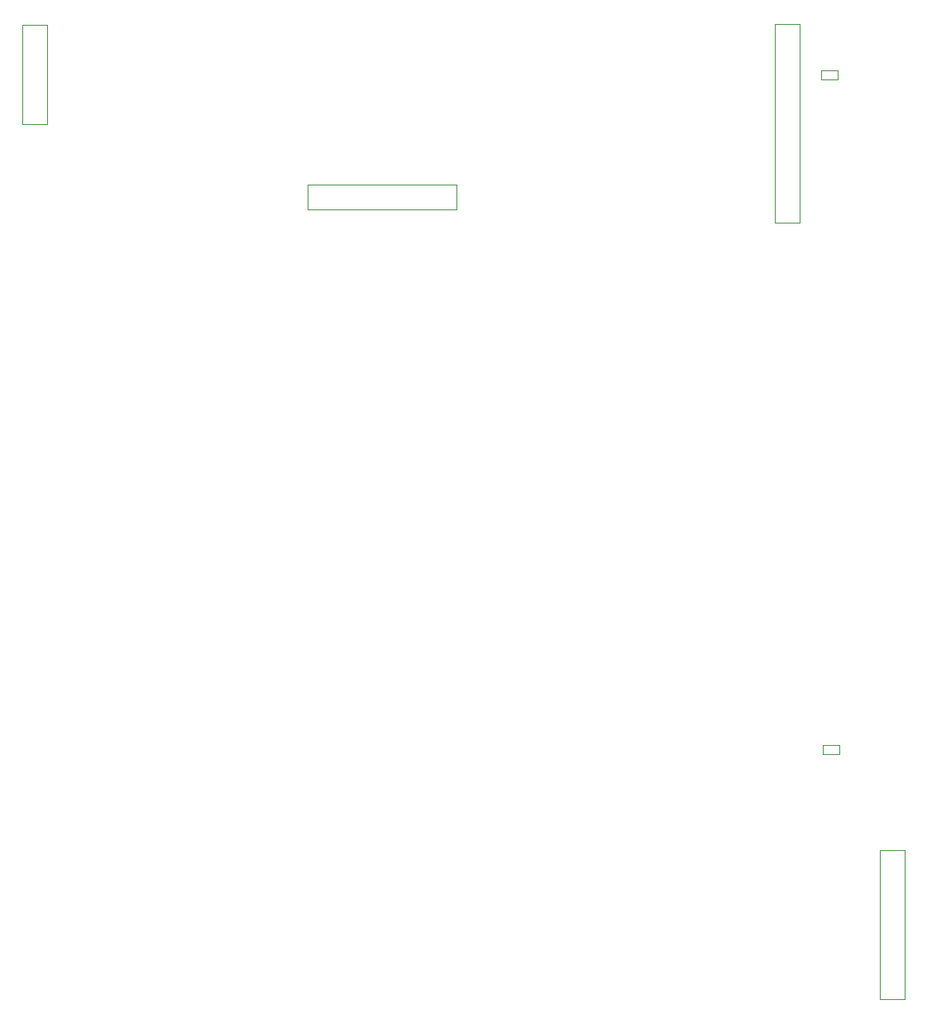
<source format=gbr>
G04 DipTrace 4.3.0.5*
G04 BottomAssembly.gbr*
%MOIN*%
G04 #@! TF.FileFunction,Drawing,Bot*
G04 #@! TF.Part,Single*
%ADD13C,0.004724*%
%FSLAX26Y26*%
G04*
G70*
G90*
G75*
G01*
G04 BotAssy*
%LPD*%
X2760630Y3611417D2*
D13*
Y3711417D1*
X2160630D1*
Y3611417D1*
X2760630D1*
X1012992Y3953543D2*
X1112992D1*
Y4353543D1*
X1012992D1*
Y3953543D1*
X4567718Y1032282D2*
X4467718D1*
Y432282D1*
X4567718D1*
Y1032282D1*
X4044488Y3556693D2*
X4144488D1*
Y4356693D1*
X4044488D1*
Y3556693D1*
X4230316Y4135825D2*
X4297245D1*
Y4171259D1*
X4230316D1*
Y4135825D1*
X4238190Y1419290D2*
X4305119D1*
Y1454723D1*
X4238190D1*
Y1419290D1*
M02*

</source>
